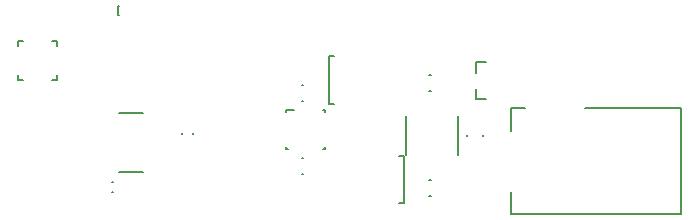
<source format=gbr>
%TF.GenerationSoftware,Altium Limited,Altium Designer,18.1.11 (251)*%
G04 Layer_Color=65535*
%FSLAX26Y26*%
%MOIN*%
%TF.FileFunction,Legend,Top*%
%TF.Part,Single*%
G01*
G75*
%TA.AperFunction,NonConductor*%
%ADD40C,0.007874*%
%ADD47C,0.008000*%
%ADD51C,0.006000*%
%ADD52C,0.005000*%
D40*
X1472441Y205709D02*
X1476378D01*
X1472441Y152559D02*
X1476378D01*
X1472441Y396654D02*
X1476378D01*
X1472441Y449803D02*
X1476378D01*
X1897638Y483268D02*
X1901575D01*
X1897638Y430118D02*
X1901575D01*
X1897638Y132874D02*
X1901575D01*
X1897638Y79724D02*
X1901575D01*
X2076772Y279528D02*
Y283465D01*
X2023622Y279528D02*
Y283465D01*
X2054134Y491142D02*
Y525591D01*
X2085630Y525591D01*
X2054134Y403543D02*
Y437992D01*
Y403543D02*
X2085630Y403543D01*
X1419291Y366142D02*
X1419291Y358268D01*
X1419291Y366142D02*
X1444882D01*
X1549213Y358268D02*
Y366142D01*
X1541339Y366142D02*
X1549213Y366142D01*
X1541339Y236220D02*
X1549213D01*
Y244095D01*
X1419291Y236220D02*
X1427165D01*
X1419291Y244095D02*
X1419291Y236220D01*
X1073819Y286417D02*
Y290354D01*
X1109252Y286417D02*
X1109252Y290354D01*
X838582Y126969D02*
X842520D01*
X838582Y91536D02*
X842520Y91536D01*
D47*
X863189Y160350D02*
X941929D01*
X863189Y357367D02*
X941929D01*
D51*
X1811417Y57087D02*
Y214567D01*
X1795669D02*
X1811417D01*
X1795669Y57087D02*
X1811417D01*
X1562598Y387795D02*
Y545276D01*
Y387795D02*
X1578347D01*
X1562598Y545276D02*
X1578347D01*
X860236Y713583D02*
X860236Y682087D01*
X864173Y682087D01*
X860236Y713583D02*
X864173D01*
X1993980Y215496D02*
Y347496D01*
X1820980Y215496D02*
Y347496D01*
X524551Y597489D02*
X542916D01*
X524551Y465489D02*
X542916D01*
X656551D02*
Y483854D01*
X638186Y597489D02*
X656551D01*
X524551Y579124D02*
Y597489D01*
Y465489D02*
Y483854D01*
X638186Y465489D02*
X656551D01*
Y579124D02*
Y597489D01*
D52*
X2169291Y297244D02*
Y374016D01*
X2415354D02*
X2736220D01*
X2169291Y19685D02*
Y92520D01*
Y374016D02*
X2214567D01*
X2169291Y19685D02*
X2736220D01*
Y374016D01*
%TF.MD5,81bee2554f4d3769287bf16f69b9b80c*%
M02*

</source>
